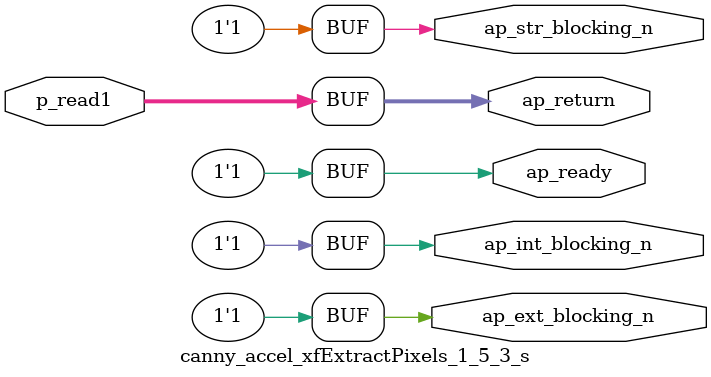
<source format=v>

`timescale 1 ns / 1 ps 

module canny_accel_xfExtractPixels_1_5_3_s (
        ap_ready,
        p_read1,
        ap_return,
        ap_ext_blocking_n,
        ap_str_blocking_n,
        ap_int_blocking_n
);


output   ap_ready;
input  [15:0] p_read1;
output  [15:0] ap_return;
output   ap_ext_blocking_n;
output   ap_str_blocking_n;
output   ap_int_blocking_n;

assign ap_ext_blocking_n = (1'b1 & 1'b1);

assign ap_int_blocking_n = (1'b1 & 1'b1);

assign ap_ready = 1'b1;

assign ap_str_blocking_n = (1'b1 & 1'b1);

assign ap_return = p_read1;

endmodule //canny_accel_xfExtractPixels_1_5_3_s

</source>
